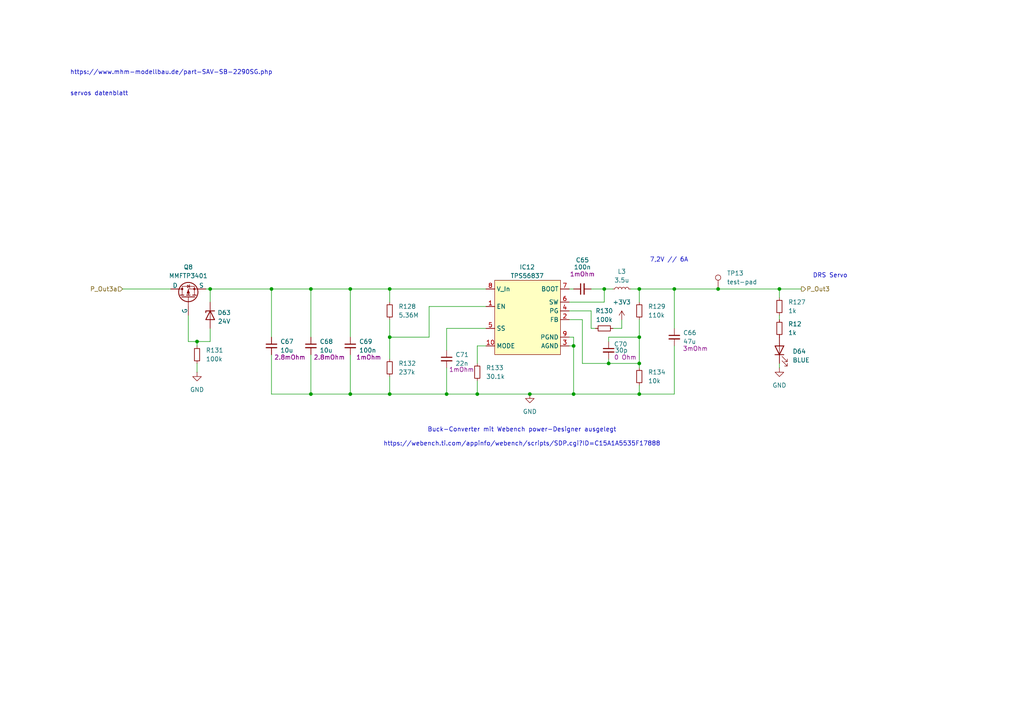
<source format=kicad_sch>
(kicad_sch (version 20231120) (generator "eeschema") (generator_version "8.0")
  (paper "A4")
  (title_block (title "PDU FT25") (date "2024-11-23") (rev "V1.1") (company "Janek Herm") (comment 1 "FaSTTUBe Electronics"))
  (lib_symbols
    (symbol "Connector:TestPoint" (pin_numbers hide) (pin_names (offset 0.762) hide)
      (property "Reference" "TP" (at 0 6.858 0))
      (property "Value" "TestPoint" (at 0 5.08 0))
      (symbol "TestPoint_0_1"
        (circle (center 0 3.302) (radius 0.762))
      )
      (symbol "TestPoint_1_1"
        (pin passive line (at 0 0 90) (length 2.54) (name "1") (number "1"))
      )
    )
    (symbol "Device:C_Small" (pin_numbers hide) (pin_names (offset 0.254) hide)
      (property "Reference" "C" (at 0.254 1.778 0))
      (property "Value" "C_Small" (at 0.254 -2.032 0))
      (symbol "C_Small_0_1"
        (polyline (pts (xy -1.524 -0.508) (xy 1.524 -0.508)) (stroke (width 0.3302)))
        (polyline (pts (xy -1.524 0.508) (xy 1.524 0.508)) (stroke (width 0.3048)))
      )
      (symbol "C_Small_1_1"
        (pin passive line (at 0 2.54 270) (length 2.032) (name "~") (number "1"))
        (pin passive line (at 0 -2.54 90) (length 2.032) (name "~") (number "2"))
      )
    )
    (symbol "Device:D_Zener" (pin_numbers hide) (pin_names (offset 1.016) hide)
      (property "Reference" "D" (at 0 2.54 0))
      (property "Value" "D_Zener" (at 0 -2.54 0))
      (symbol "D_Zener_0_1"
        (polyline (pts (xy 1.27 0) (xy -1.27 0)))
        (polyline (pts (xy -1.27 -1.27) (xy -1.27 1.27) (xy -0.762 1.27)) (stroke (width 0.254)))
        (polyline (pts (xy 1.27 -1.27) (xy 1.27 1.27) (xy -1.27 0) (xy 1.27 -1.27)) (stroke (width 0.254)))
      )
      (symbol "D_Zener_1_1"
        (pin passive line (at -3.81 0 0) (length 2.54) (name "K") (number "1"))
        (pin passive line (at 3.81 0 180) (length 2.54) (name "A") (number "2"))
      )
    )
    (symbol "Device:LED" (pin_numbers hide) (pin_names (offset 1.016) hide)
      (property "Reference" "D" (at 0 2.54 0))
      (property "Value" "LED" (at 0 -2.54 0))
      (symbol "LED_0_1"
        (polyline (pts (xy -1.27 -1.27) (xy -1.27 1.27)) (stroke (width 0.254)))
        (polyline (pts (xy -1.27 0) (xy 1.27 0)))
        (polyline (pts (xy 1.27 -1.27) (xy 1.27 1.27) (xy -1.27 0) (xy 1.27 -1.27)) (stroke (width 0.254)))
        (polyline (pts (xy -3.048 -0.762) (xy -4.572 -2.286) (xy -3.81 -2.286) (xy -4.572 -2.286) (xy -4.572 -1.524)))
        (polyline (pts (xy -1.778 -0.762) (xy -3.302 -2.286) (xy -2.54 -2.286) (xy -3.302 -2.286) (xy -3.302 -1.524)))
      )
      (symbol "LED_1_1"
        (pin passive line (at -3.81 0 0) (length 2.54) (name "K") (number "1"))
        (pin passive line (at 3.81 0 180) (length 2.54) (name "A") (number "2"))
      )
    )
    (symbol "Device:L_Small" (pin_numbers hide) (pin_names (offset 0.254) hide)
      (property "Reference" "L" (at 0.762 1.016 0))
      (property "Value" "L_Small" (at 0.762 -1.016 0))
      (symbol "L_Small_0_1"
        (arc (start 0 -2.032) (mid 0.5058 -1.524) (end 0 -1.016))
        (arc (start 0 -1.016) (mid 0.5058 -0.508) (end 0 0))
        (arc (start 0 0) (mid 0.5058 0.508) (end 0 1.016))
        (arc (start 0 1.016) (mid 0.5058 1.524) (end 0 2.032))
      )
      (symbol "L_Small_1_1"
        (pin passive line (at 0 2.54 270) (length 0.508) (name "~") (number "1"))
        (pin passive line (at 0 -2.54 90) (length 0.508) (name "~") (number "2"))
      )
    )
    (symbol "Device:R_Small" (pin_numbers hide) (pin_names (offset 0.254) hide)
      (property "Reference" "R" (at 0.762 0.508 0))
      (property "Value" "R_Small" (at 0.762 -1.016 0))
      (symbol "R_Small_0_1"
        (rectangle (start -0.762 1.778) (end 0.762 -1.778) (stroke (width 0.2032)))
      )
      (symbol "R_Small_1_1"
        (pin passive line (at 0 2.54 270) (length 0.762) (name "~") (number "1"))
        (pin passive line (at 0 -2.54 90) (length 0.762) (name "~") (number "2"))
      )
    )
    (symbol "FaSTTUBe_Voltage_Regulators:TPS56837"
      (property "Reference" "IC" (at -3.556 10.922 0))
      (property "Value" "TPS56837" (at -3.302 8.636 0))
      (symbol "TPS56837_1_1"
        (rectangle (start -12.7 7.62) (end 6.35 -13.97) (fill (type background)))
        (pin input line (at -15.24 0 0) (length 2.54) (name "EN") (number "1"))
        (pin input line (at -15.24 -11.43 0) (length 2.54) (name "MODE") (number "10"))
        (pin input line (at 8.89 -3.81 180) (length 2.54) (name "FB") (number "2"))
        (pin input line (at 8.89 -11.43 180) (length 2.54) (name "AGND") (number "3"))
        (pin input line (at 8.89 -1.27 180) (length 2.54) (name "PG") (number "4"))
        (pin input line (at -15.24 -6.35 0) (length 2.54) (name "SS") (number "5"))
        (pin input line (at 8.89 1.27 180) (length 2.54) (name "SW") (number "6"))
        (pin input line (at 8.89 5.08 180) (length 2.54) (name "BOOT") (number "7"))
        (pin input line (at -15.24 5.08 0) (length 2.54) (name "V_In") (number "8"))
        (pin input line (at 8.89 -8.89 180) (length 2.54) (name "PGND") (number "9"))
      )
    )
    (symbol "Simulation_SPICE:PMOS" (pin_numbers hide) (pin_names (offset 0))
      (property "Reference" "Q" (at 5.08 1.27 0))
      (property "Value" "PMOS" (at 5.08 -1.27 0))
      (symbol "PMOS_0_1"
        (polyline (pts (xy 0.254 0) (xy -2.54 0)))
        (polyline (pts (xy 0.254 1.905) (xy 0.254 -1.905)) (stroke (width 0.254)))
        (polyline (pts (xy 0.762 -1.27) (xy 0.762 -2.286)) (stroke (width 0.254)))
        (polyline (pts (xy 0.762 0.508) (xy 0.762 -0.508)) (stroke (width 0.254)))
        (polyline (pts (xy 0.762 2.286) (xy 0.762 1.27)) (stroke (width 0.254)))
        (polyline (pts (xy 2.54 2.54) (xy 2.54 1.778)))
        (polyline (pts (xy 2.54 -2.54) (xy 2.54 0) (xy 0.762 0)))
        (polyline (pts (xy 0.762 1.778) (xy 3.302 1.778) (xy 3.302 -1.778) (xy 0.762 -1.778)))
        (polyline (pts (xy 2.286 0) (xy 1.27 0.381) (xy 1.27 -0.381) (xy 2.286 0)) (fill (type outline)))
        (polyline (pts (xy 2.794 -0.508) (xy 2.921 -0.381) (xy 3.683 -0.381) (xy 3.81 -0.254)))
        (polyline (pts (xy 3.302 -0.381) (xy 2.921 0.254) (xy 3.683 0.254) (xy 3.302 -0.381)))
        (circle (center 1.651 0) (radius 2.794) (stroke (width 0.254)))
        (circle (center 2.54 -1.778) (radius 0.254) (fill (type outline)))
        (circle (center 2.54 1.778) (radius 0.254) (fill (type outline)))
      )
      (symbol "PMOS_1_1"
        (pin passive line (at 2.54 5.08 270) (length 2.54) (name "D") (number "1"))
        (pin input line (at -5.08 0 0) (length 2.54) (name "G") (number "2"))
        (pin passive line (at 2.54 -5.08 90) (length 2.54) (name "S") (number "3"))
      )
    )
    (symbol "power:+3.3V" (power) (pin_numbers hide) (pin_names (offset 0) hide)
      (property "Value" "+3.3V" (at 0 3.556 0))
      (symbol "+3.3V_0_1"
        (polyline (pts (xy -0.762 1.27) (xy 0 2.54)))
        (polyline (pts (xy 0 0) (xy 0 2.54)))
        (polyline (pts (xy 0 2.54) (xy 0.762 1.27)))
      )
      (symbol "+3.3V_1_1"
        (pin power_in line (at 0 0 90) (length 0) (name "~") (number "1"))
      )
    )
    (symbol "power:GND" (power) (pin_numbers hide) (pin_names (offset 0) hide)
      (property "Value" "GND" (at 0 -3.81 0))
      (symbol "GND_0_1"
        (polyline (pts (xy 0 0) (xy 0 -1.27) (xy 1.27 -1.27) (xy 0 -2.54) (xy -1.27 -1.27) (xy 0 -1.27)))
      )
      (symbol "GND_1_1"
        (pin power_in line (at 0 0 270) (length 0) (name "~") (number "1"))
      )
    )
  )
  (junction (at 113.03 114.3))
  (junction (at 226.06 83.82))
  (junction (at 195.58 83.82))
  (junction (at 185.42 105.41))
  (junction (at 113.03 83.82))
  (junction (at 185.42 83.82))
  (junction (at 101.6 114.3))
  (junction (at 129.54 114.3))
  (junction (at 208.28 83.82))
  (junction (at 185.42 114.3))
  (junction (at 176.53 105.41))
  (junction (at 101.6 83.82))
  (junction (at 57.15 99.06))
  (junction (at 185.42 97.79))
  (junction (at 90.17 83.82))
  (junction (at 153.67 114.3))
  (junction (at 78.74 83.82))
  (junction (at 138.43 114.3))
  (junction (at 175.26 83.82))
  (junction (at 166.37 114.3))
  (junction (at 113.03 97.79))
  (junction (at 166.37 100.33))
  (junction (at 90.17 114.3))
  (junction (at 60.96 83.82))
  (wire (pts (xy 124.46 88.9) (xy 124.46 97.79)))
  (wire (pts (xy 113.03 109.22) (xy 113.03 114.3)))
  (wire (pts (xy 165.1 92.71) (xy 168.91 92.71)))
  (wire (pts (xy 166.37 100.33) (xy 166.37 114.3)))
  (wire (pts (xy 226.06 83.82) (xy 226.06 86.36)))
  (wire (pts (xy 176.53 105.41) (xy 185.42 105.41)))
  (wire (pts (xy 226.06 105.41) (xy 226.06 106.68)))
  (wire (pts (xy 180.34 95.25) (xy 180.34 92.71)))
  (wire (pts (xy 226.06 91.44) (xy 226.06 92.71)))
  (wire (pts (xy 185.42 92.71) (xy 185.42 97.79)))
  (wire (pts (xy 60.96 83.82) (xy 78.74 83.82)))
  (wire (pts (xy 101.6 102.87) (xy 101.6 114.3)))
  (wire (pts (xy 35.56 83.82) (xy 49.53 83.82)))
  (wire (pts (xy 90.17 102.87) (xy 90.17 114.3)))
  (wire (pts (xy 57.15 100.33) (xy 57.15 99.06)))
  (wire (pts (xy 90.17 83.82) (xy 90.17 97.79)))
  (wire (pts (xy 185.42 111.76) (xy 185.42 114.3)))
  (wire (pts (xy 140.97 88.9) (xy 124.46 88.9)))
  (wire (pts (xy 177.8 83.82) (xy 175.26 83.82)))
  (wire (pts (xy 171.45 90.17) (xy 171.45 95.25)))
  (wire (pts (xy 54.61 99.06) (xy 57.15 99.06)))
  (wire (pts (xy 60.96 99.06) (xy 57.15 99.06)))
  (wire (pts (xy 129.54 106.68) (xy 129.54 114.3)))
  (wire (pts (xy 101.6 83.82) (xy 101.6 97.79)))
  (wire (pts (xy 175.26 87.63) (xy 175.26 83.82)))
  (wire (pts (xy 208.28 83.82) (xy 226.06 83.82)))
  (wire (pts (xy 185.42 97.79) (xy 185.42 105.41)))
  (wire (pts (xy 185.42 83.82) (xy 185.42 87.63)))
  (wire (pts (xy 166.37 114.3) (xy 185.42 114.3)))
  (wire (pts (xy 166.37 97.79) (xy 166.37 100.33)))
  (wire (pts (xy 165.1 87.63) (xy 175.26 87.63)))
  (wire (pts (xy 59.69 83.82) (xy 60.96 83.82)))
  (wire (pts (xy 138.43 110.49) (xy 138.43 114.3)))
  (wire (pts (xy 124.46 97.79) (xy 113.03 97.79)))
  (wire (pts (xy 185.42 114.3) (xy 195.58 114.3)))
  (wire (pts (xy 226.06 83.82) (xy 232.41 83.82)))
  (wire (pts (xy 185.42 83.82) (xy 195.58 83.82)))
  (wire (pts (xy 195.58 100.33) (xy 195.58 114.3)))
  (wire (pts (xy 113.03 114.3) (xy 129.54 114.3)))
  (wire (pts (xy 138.43 114.3) (xy 153.67 114.3)))
  (wire (pts (xy 113.03 92.71) (xy 113.03 97.79)))
  (wire (pts (xy 165.1 83.82) (xy 166.37 83.82)))
  (wire (pts (xy 195.58 83.82) (xy 195.58 95.25)))
  (wire (pts (xy 176.53 105.41) (xy 176.53 104.14)))
  (wire (pts (xy 78.74 102.87) (xy 78.74 114.3)))
  (wire (pts (xy 54.61 91.44) (xy 54.61 99.06)))
  (wire (pts (xy 78.74 114.3) (xy 90.17 114.3)))
  (wire (pts (xy 57.15 105.41) (xy 57.15 107.95)))
  (wire (pts (xy 165.1 90.17) (xy 171.45 90.17)))
  (wire (pts (xy 165.1 97.79) (xy 166.37 97.79)))
  (wire (pts (xy 171.45 95.25) (xy 172.72 95.25)))
  (wire (pts (xy 165.1 100.33) (xy 166.37 100.33)))
  (wire (pts (xy 140.97 100.33) (xy 138.43 100.33)))
  (wire (pts (xy 138.43 100.33) (xy 138.43 105.41)))
  (wire (pts (xy 90.17 83.82) (xy 101.6 83.82)))
  (wire (pts (xy 185.42 105.41) (xy 185.42 106.68)))
  (wire (pts (xy 168.91 92.71) (xy 168.91 105.41)))
  (wire (pts (xy 129.54 114.3) (xy 138.43 114.3)))
  (wire (pts (xy 113.03 83.82) (xy 113.03 87.63)))
  (wire (pts (xy 182.88 83.82) (xy 185.42 83.82)))
  (wire (pts (xy 171.45 83.82) (xy 175.26 83.82)))
  (wire (pts (xy 60.96 83.82) (xy 60.96 87.63)))
  (wire (pts (xy 60.96 95.25) (xy 60.96 99.06)))
  (wire (pts (xy 177.8 95.25) (xy 180.34 95.25)))
  (wire (pts (xy 140.97 95.25) (xy 129.54 95.25)))
  (wire (pts (xy 101.6 83.82) (xy 113.03 83.82)))
  (wire (pts (xy 78.74 83.82) (xy 90.17 83.82)))
  (wire (pts (xy 78.74 83.82) (xy 78.74 97.79)))
  (wire (pts (xy 113.03 97.79) (xy 113.03 104.14)))
  (wire (pts (xy 129.54 95.25) (xy 129.54 101.6)))
  (wire (pts (xy 168.91 105.41) (xy 176.53 105.41)))
  (wire (pts (xy 176.53 97.79) (xy 176.53 99.06)))
  (wire (pts (xy 101.6 114.3) (xy 113.03 114.3)))
  (wire (pts (xy 195.58 83.82) (xy 208.28 83.82)))
  (wire (pts (xy 153.67 114.3) (xy 166.37 114.3)))
  (wire (pts (xy 113.03 83.82) (xy 140.97 83.82)))
  (wire (pts (xy 90.17 114.3) (xy 101.6 114.3)))
  (wire (pts (xy 176.53 97.79) (xy 185.42 97.79)))
  (text "DRS Servo" (at 240.792 80.01 0) (effects (font (size 1.27 1.27))))
  (text "7,2V // 6A" (at 194.056 75.438 0) (effects (font (size 1.27 1.27))))
  (text "https://www.mhm-modellbau.de/part-SAV-SB-2290SG.php\n\n\nservos datenblatt" (at 20.32 27.94 0) (effects (font (size 1.27 1.27)) (justify left bottom)))
  (text "Buck-Converter mit Webench power-Designer ausgelegt\n\nhttps://webench.ti.com/appinfo/webench/scripts/SDP.cgi?ID=C15A1A5535F17888" (at 151.384 126.746 0) (effects (font (size 1.27 1.27))))
  (hierarchical_label "P_Out3" (shape output) (at 232.41 83.82 0))
  (hierarchical_label "P_Out3a" (shape input) (at 35.56 83.82 180))
  (symbol (lib_id "Device:R_Small") (at 185.42 109.22 0) (unit 1)
    (property "Reference" "R134" (at 187.96 107.9499 0) (effects (justify left)))
    (property "Value" "10k" (at 187.96 110.4899 0) (effects (justify left)))
    (property "Footprint" "Resistor_SMD:R_0603_1608Metric" (effects (hide yes)))
    (property "Description" "Resistor, small symbol" (effects (hide yes)))
  )
  (symbol (lib_id "power:GND") (at 57.15 107.95 0) (unit 1)
    (property "Reference" "#PWR0190" (effects (hide yes)))
    (property "Value" "GND" (at 57.15 113.03 0))
    (property "Description" "Power symbol creates a global label with name \"GND\" , ground" (effects (hide yes)))
  )
  (symbol (lib_id "Simulation_SPICE:PMOS") (at 54.61 86.36 90) (unit 1)
    (property "Reference" "Q8" (at 54.61 77.47 90))
    (property "Value" "MMFTP3401" (at 54.61 80.01 90))
    (property "Footprint" "Package_TO_SOT_SMD:SOT-23" (effects (hide yes)))
    (property "Datasheet" "https://diotec.com/request/datasheet/mmftp3401.pdf" (effects (hide yes)))
    (property "Description" "P-MOSFET transistor, drain/source/gate" (effects (hide yes)))
    (property "Sim.Device" "PMOS" (effects (hide yes)))
    (property "Sim.Type" "VDMOS" (effects (hide yes)))
    (property "Sim.Pins" "1=D 2=G 3=S" (effects (hide yes)))
  )
  (symbol (lib_id "Connector:TestPoint") (at 208.28 83.82 0) (unit 1)
    (property "Reference" "TP13" (at 210.82 79.2479 0) (effects (justify left)))
    (property "Value" "test-pad" (at 210.82 81.7879 0) (effects (justify left)))
    (property "Footprint" "5025:5025" (effects (hide yes)))
    (property "Description" "test point" (effects (hide yes)))
  )
  (symbol (lib_id "Device:C_Small") (at 78.74 100.33 0) (unit 1)
    (property "Reference" "C67" (at 81.28 99.0662 0) (effects (justify left)))
    (property "Value" "10u" (at 81.28 101.6062 0) (effects (justify left)))
    (property "Footprint" "Capacitor_SMD:C_1210_3225Metric" (effects (hide yes)))
    (property "Description" "Unpolarized capacitor, small symbol" (effects (hide yes)))
    (property "Resistance" "2.8mOhm" (at 84.074 103.632 0))
  )
  (symbol (lib_id "Device:LED") (at 226.06 101.6 90) (unit 1)
    (property "Reference" "D64" (at 229.87 101.9174 90) (effects (justify right)))
    (property "Value" "BLUE" (at 229.87 104.4574 90) (effects (justify right)))
    (property "Footprint" "LED_SMD:LED_0603_1608Metric" (effects (hide yes)))
    (property "Datasheet" "https://www.we-online.com/components/products/datasheet/150060BS75000.pdf" (effects (hide yes)))
    (property "Description" "Light emitting diode" (effects (hide yes)))
    (property "MPR" "150060BS75000" (effects (hide yes)))
  )
  (symbol (lib_id "Device:C_Small") (at 129.54 104.14 0) (unit 1)
    (property "Reference" "C71" (at 132.08 102.8762 0) (effects (justify left)))
    (property "Value" "22n" (at 132.08 105.4162 0) (effects (justify left)))
    (property "Footprint" "Capacitor_SMD:C_0603_1608Metric" (effects (hide yes)))
    (property "Description" "Unpolarized capacitor, small symbol" (effects (hide yes)))
    (property "Resistance" "1mOhm" (at 133.858 107.188 0))
  )
  (symbol (lib_id "Device:C_Small") (at 101.6 100.33 0) (unit 1)
    (property "Reference" "C69" (at 104.14 99.0662 0) (effects (justify left)))
    (property "Value" "100n" (at 104.14 101.6062 0) (effects (justify left)))
    (property "Footprint" "Capacitor_SMD:C_0805_2012Metric" (effects (hide yes)))
    (property "Description" "Unpolarized capacitor, small symbol" (effects (hide yes)))
    (property "Resistance" "1mOhm" (at 106.934 103.632 0))
  )
  (symbol (lib_id "Device:R_Small") (at 226.06 95.25 0) (unit 1)
    (property "Reference" "R12" (at 228.6 93.9799 0) (effects (justify left)))
    (property "Value" "1k" (at 228.6 96.5199 0) (effects (justify left)))
    (property "Footprint" "Resistor_SMD:R_0603_1608Metric" (effects (hide yes)))
    (property "Description" "Resistor, small symbol" (effects (hide yes)))
  )
  (symbol (lib_id "FaSTTUBe_Voltage_Regulators:TPS56837") (at 156.21 88.9 0) (unit 1)
    (property "Reference" "IC12" (at 152.908 77.47 0))
    (property "Value" "TPS56837" (at 152.908 80.01 0))
    (property "Footprint" "TPS56837:TPS56837" (effects (hide yes)))
    (property "Datasheet" "https://www.ti.com/lit/ds/symlink/tps56837.pdf?ts=1731338435977" (effects (hide yes)))
  )
  (symbol (lib_id "Device:R_Small") (at 138.43 107.95 0) (unit 1)
    (property "Reference" "R133" (at 140.97 106.6799 0) (effects (justify left)))
    (property "Value" "30.1k" (at 140.97 109.2199 0) (effects (justify left)))
    (property "Footprint" "Resistor_SMD:R_0603_1608Metric" (effects (hide yes)))
    (property "Description" "Resistor, small symbol" (effects (hide yes)))
  )
  (symbol (lib_id "power:GND") (at 153.67 114.3 0) (unit 1)
    (property "Reference" "#PWR0191" (effects (hide yes)))
    (property "Value" "GND" (at 153.67 119.38 0))
    (property "Description" "Power symbol creates a global label with name \"GND\" , ground" (effects (hide yes)))
  )
  (symbol (lib_id "Device:C_Small") (at 195.58 97.79 0) (unit 1)
    (property "Reference" "C66" (at 198.12 96.5262 0) (effects (justify left)))
    (property "Value" "47u" (at 198.12 99.0662 0) (effects (justify left)))
    (property "Footprint" "Capacitor_SMD:C_1210_3225Metric" (effects (hide yes)))
    (property "Description" "Unpolarized capacitor, small symbol" (effects (hide yes)))
    (property "Resistance" "3mOhm" (at 201.676 101.092 0))
  )
  (symbol (lib_id "Device:R_Small") (at 57.15 102.87 0) (unit 1)
    (property "Reference" "R131" (at 59.69 101.5999 0) (effects (justify left)))
    (property "Value" "100k" (at 59.69 104.1399 0) (effects (justify left)))
    (property "Footprint" "Resistor_SMD:R_0603_1608Metric" (effects (hide yes)))
    (property "Description" "Resistor, small symbol" (effects (hide yes)))
  )
  (symbol (lib_id "Device:R_Small") (at 226.06 88.9 0) (unit 1)
    (property "Reference" "R127" (at 228.6 87.6299 0) (effects (justify left)))
    (property "Value" "1k" (at 228.6 90.1699 0) (effects (justify left)))
    (property "Footprint" "Resistor_SMD:R_0603_1608Metric" (effects (hide yes)))
    (property "Description" "Resistor, small symbol" (effects (hide yes)))
  )
  (symbol (lib_id "Device:R_Small") (at 113.03 106.68 0) (unit 1)
    (property "Reference" "R132" (at 115.57 105.4099 0) (effects (justify left)))
    (property "Value" "237k" (at 115.57 107.9499 0) (effects (justify left)))
    (property "Footprint" "Resistor_SMD:R_0603_1608Metric" (effects (hide yes)))
    (property "Description" "Resistor, small symbol" (effects (hide yes)))
  )
  (symbol (lib_id "Device:C_Small") (at 176.53 101.6 0) (unit 1)
    (property "Reference" "C70" (at 178.054 99.8282 0) (effects (justify left)))
    (property "Value" "30p" (at 178.308 101.6062 0) (effects (justify left)))
    (property "Footprint" "Capacitor_SMD:C_0603_1608Metric" (effects (hide yes)))
    (property "Description" "Unpolarized capacitor, small symbol" (effects (hide yes)))
    (property "Resistance" "0 Ohm" (at 181.356 103.632 0))
  )
  (symbol (lib_id "Device:L_Small") (at 180.34 83.82 90) (unit 1)
    (property "Reference" "L3" (at 180.34 78.74 90))
    (property "Value" "3.5u" (at 180.34 81.28 90))
    (property "Footprint" "WE-PD:WE-PD_1260_1245_1280_121054" (effects (hide yes)))
    (property "Datasheet" "https://www.we-online.com/components/products/datasheet/7447709003.pdf" (effects (hide yes)))
    (property "Description" "Inductor, small symbol" (effects (hide yes)))
  )
  (symbol (lib_id "Device:C_Small") (at 90.17 100.33 0) (unit 1)
    (property "Reference" "C68" (at 92.71 99.0662 0) (effects (justify left)))
    (property "Value" "10u" (at 92.71 101.6062 0) (effects (justify left)))
    (property "Footprint" "Capacitor_SMD:C_1210_3225Metric" (effects (hide yes)))
    (property "Description" "Unpolarized capacitor, small symbol" (effects (hide yes)))
    (property "Resistance" "2.8mOhm" (at 95.504 103.632 0))
  )
  (symbol (lib_id "Device:R_Small") (at 185.42 90.17 0) (unit 1)
    (property "Reference" "R129" (at 187.96 88.8999 0) (effects (justify left)))
    (property "Value" "110k" (at 187.96 91.4399 0) (effects (justify left)))
    (property "Footprint" "Resistor_SMD:R_0603_1608Metric" (effects (hide yes)))
    (property "Description" "Resistor, small symbol" (effects (hide yes)))
  )
  (symbol (lib_id "power:GND") (at 226.06 106.68 0) (unit 1)
    (property "Reference" "#PWR0189" (effects (hide yes)))
    (property "Value" "GND" (at 226.06 111.76 0))
    (property "Description" "Power symbol creates a global label with name \"GND\" , ground" (effects (hide yes)))
  )
  (symbol (lib_id "Device:D_Zener") (at 60.96 91.44 90) (mirror x) (unit 1)
    (property "Reference" "D63" (at 65.024 90.678 90))
    (property "Value" "24V" (at 65.024 93.218 90))
    (property "Footprint" "3SMAJ5934B-TP:DIOM5226X244N" (effects (hide yes)))
    (property "Datasheet" "https://www.mouser.de/datasheet/2/258/3SMAJ5918B_3SMAJ5956B_SMA_-3423242.pdf" (effects (hide yes)))
    (property "Description" "Zener diode" (effects (hide yes)))
    (property "MPR" "3SMAJ5934B-TP" (effects (hide yes)))
  )
  (symbol (lib_id "Device:C_Small") (at 168.91 83.82 90) (unit 1)
    (property "Reference" "C65" (at 168.9163 75.438 90))
    (property "Value" "100n" (at 168.9163 77.47 90))
    (property "Footprint" "Capacitor_SMD:C_0603_1608Metric" (effects (hide yes)))
    (property "Description" "Unpolarized capacitor, small symbol" (effects (hide yes)))
    (property "Resistance" "1mOhm" (at 168.91 79.502 90))
  )
  (symbol (lib_id "power:+3.3V") (at 180.34 92.71 0) (unit 1)
    (property "Reference" "#PWR0188" (effects (hide yes)))
    (property "Value" "+3V3" (at 180.34 87.63 0))
    (property "Description" "Power symbol creates a global label with name \"+3.3V\"" (effects (hide yes)))
  )
  (symbol (lib_id "Device:R_Small") (at 113.03 90.17 0) (unit 1)
    (property "Reference" "R128" (at 115.57 88.8999 0) (effects (justify left)))
    (property "Value" "5.36M" (at 115.57 91.4399 0) (effects (justify left)))
    (property "Footprint" "Resistor_SMD:R_0603_1608Metric" (effects (hide yes)))
    (property "Description" "Resistor, small symbol" (effects (hide yes)))
  )
  (symbol (lib_id "Device:R_Small") (at 175.26 95.25 90) (unit 1)
    (property "Reference" "R130" (at 175.26 90.17 90))
    (property "Value" "100k" (at 175.26 92.71 90))
    (property "Footprint" "Resistor_SMD:R_0603_1608Metric" (effects (hide yes)))
    (property "Description" "Resistor, small symbol" (effects (hide yes)))
  )
)
</source>
